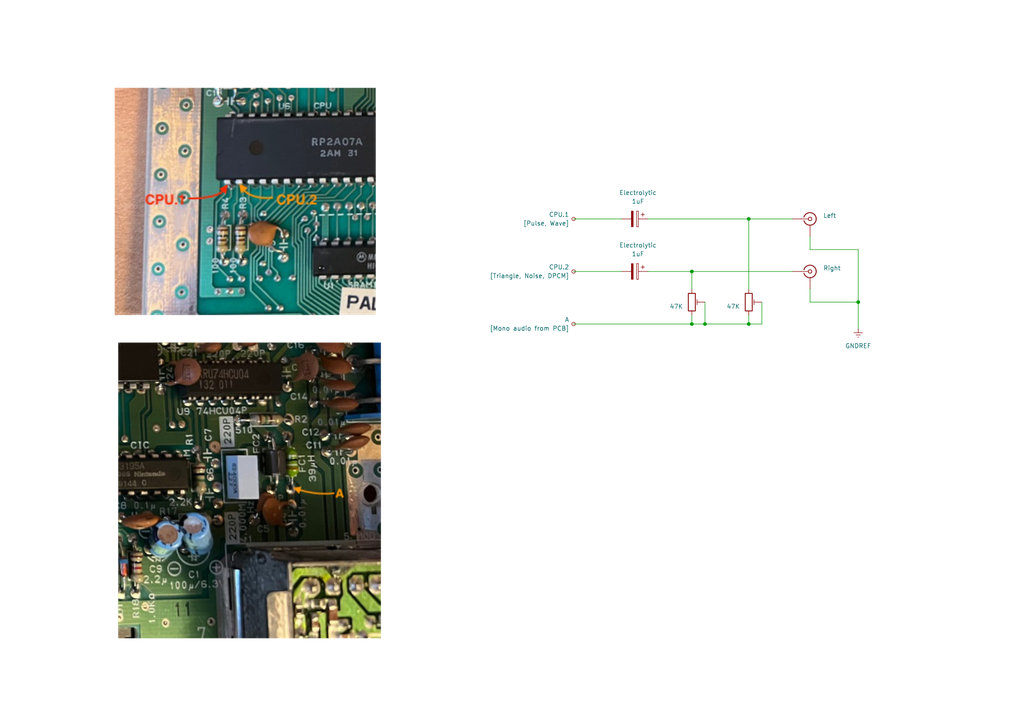
<source format=kicad_sch>
(kicad_sch (version 20230121) (generator eeschema)
  (paper "A4")
  (title_block (title "Audio mod for NES") (date "2023-12-22") (rev "1.0") (company "Cool Inc.") (comment 1 "Schematic from http://jenesuis.net/dossiers/nespasserlaconsoleenstro"))
  (lib_symbols
    (symbol "Connector:Conn_Coaxial" (pin_numbers hide) (pin_names (offset 1.016) hide)
      (property "Reference" "J" (at 0.254 3.048 0))
      (property "Value" "Conn_Coaxial" (at 2.921 0 90))
      (symbol "Conn_Coaxial_0_1"
        (arc (start -1.778 -0.508) (mid 0.2311 -1.8066) (end 1.778 0) (stroke (width 0.254)))
        (polyline (pts (xy -2.54 0) (xy -0.508 0)))
        (polyline (pts (xy 0 -2.54) (xy 0 -1.778)))
        (circle (center 0 0) (radius 0.508) (stroke (width 0.2032)))
        (arc (start 1.778 0) (mid 0.2099 1.8101) (end -1.778 0.508) (stroke (width 0.254)))
      )
      (symbol "Conn_Coaxial_1_1"
        (pin passive line (at -5.08 0 0) (length 2.54) (name "In") (number "1"))
        (pin passive line (at 0 -5.08 90) (length 2.54) (name "Ext") (number "2"))
      )
    )
    (symbol "Connector:TestPoint_Small" (pin_numbers hide) (pin_names (offset 0.762) hide)
      (property "Reference" "TP" (at 0 3.81 0))
      (property "Value" "TestPoint_Small" (at 0 2.032 0))
      (symbol "TestPoint_Small_0_1"
        (circle (center 0 0) (radius 0.508))
      )
      (symbol "TestPoint_Small_1_1"
        (pin passive line (at 0 0 90) (length 0) (name "1") (number "1"))
      )
    )
    (symbol "Device:C_Polarized" (pin_numbers hide) (pin_names (offset 0.254))
      (property "Reference" "C" (at 0.635 2.54 0))
      (property "Value" "C_Polarized" (at 0.635 -2.54 0))
      (symbol "C_Polarized_0_1"
        (rectangle (start -2.286 0.508) (end 2.286 1.016))
        (polyline (pts (xy -1.778 2.286) (xy -0.762 2.286)))
        (polyline (pts (xy -1.27 2.794) (xy -1.27 1.778)))
        (rectangle (start 2.286 -0.508) (end -2.286 -1.016) (fill (type outline)))
      )
      (symbol "C_Polarized_1_1"
        (pin passive line (at 0 3.81 270) (length 2.794) (name "~") (number "1"))
        (pin passive line (at 0 -3.81 90) (length 2.794) (name "~") (number "2"))
      )
    )
    (symbol "Device:R_Potentiometer_Trim" (pin_numbers hide) (pin_names (offset 1.016) hide)
      (property "Reference" "RV" (at -4.445 0 90))
      (property "Value" "R_Potentiometer_Trim" (at -2.54 0 90))
      (symbol "R_Potentiometer_Trim_0_1"
        (polyline (pts (xy 1.524 0.762) (xy 1.524 -0.762)))
        (polyline (pts (xy 2.54 0) (xy 1.524 0)))
        (rectangle (start 1.016 2.54) (end -1.016 -2.54) (stroke (width 0.254)))
      )
      (symbol "R_Potentiometer_Trim_1_1"
        (pin passive line (at 0 3.81 270) (length 1.27) (name "1") (number "1"))
        (pin passive line (at 3.81 0 180) (length 1.27) (name "2") (number "2"))
        (pin passive line (at 0 -3.81 90) (length 1.27) (name "3") (number "3"))
      )
    )
    (symbol "power:GNDREF" (power) (pin_names (offset 0))
      (property "Value" "GNDREF" (at 0 -3.81 0))
      (symbol "GNDREF_0_1"
        (polyline (pts (xy -0.635 -1.905) (xy 0.635 -1.905)))
        (polyline (pts (xy -0.127 -2.54) (xy 0.127 -2.54)))
        (polyline (pts (xy 0 -1.27) (xy 0 0)))
        (polyline (pts (xy 1.27 -1.27) (xy -1.27 -1.27)))
      )
      (symbol "GNDREF_1_1"
        (pin power_in line (at 0 0 270) (length 0) hide (name "GNDREF") (number "1"))
      )
    )
  )
  (junction (at 200.66 78.74))
  (junction (at 204.47 93.98))
  (junction (at 248.92 87.63))
  (junction (at 217.17 93.98))
  (junction (at 200.66 93.98))
  (junction (at 217.17 63.5))
  (wire (pts (xy 234.95 72.39) (xy 248.92 72.39)))
  (wire (pts (xy 187.96 63.5) (xy 217.17 63.5)))
  (wire (pts (xy 217.17 63.5) (xy 217.17 83.82)))
  (wire (pts (xy 217.17 63.5) (xy 229.87 63.5)))
  (wire (pts (xy 200.66 91.44) (xy 200.66 93.98)))
  (wire (pts (xy 248.92 72.39) (xy 248.92 87.63)))
  (wire (pts (xy 234.95 87.63) (xy 248.92 87.63)))
  (wire (pts (xy 187.96 78.74) (xy 200.66 78.74)))
  (wire (pts (xy 166.37 63.5) (xy 180.34 63.5)))
  (wire (pts (xy 248.92 87.63) (xy 248.92 95.25)))
  (wire (pts (xy 204.47 87.63) (xy 204.47 93.98)))
  (wire (pts (xy 234.95 68.58) (xy 234.95 72.39)))
  (wire (pts (xy 200.66 78.74) (xy 229.87 78.74)))
  (wire (pts (xy 220.98 87.63) (xy 220.98 93.98)))
  (wire (pts (xy 217.17 93.98) (xy 217.17 91.44)))
  (wire (pts (xy 234.95 83.82) (xy 234.95 87.63)))
  (wire (pts (xy 166.37 78.74) (xy 180.34 78.74)))
  (wire (pts (xy 217.17 93.98) (xy 220.98 93.98)))
  (wire (pts (xy 200.66 78.74) (xy 200.66 83.82)))
  (wire (pts (xy 200.66 93.98) (xy 204.47 93.98)))
  (wire (pts (xy 204.47 93.98) (xy 217.17 93.98)))
  (wire (pts (xy 166.37 93.98) (xy 200.66 93.98)))
  (image (at 71.12 58.42) (scale 2.98037))
  (image (at 72.39 142.24) (scale 2.57096))
  (symbol (lib_id "Device:C_Polarized") (at 184.15 78.74 270) (unit 1)
    (property "Reference" "Electrolytic" (at 185.039 71.12 90))
    (property "Value" "1uF" (at 185.039 73.66 90))
  )
  (symbol (lib_id "power:GNDREF") (at 248.92 95.25 0) (unit 1)
    (property "Reference" "#PWR01" (effects hide))
    (property "Value" "GNDREF" (at 248.92 100.33 0))
  )
  (symbol (lib_id "Connector:Conn_Coaxial") (at 234.95 63.5 0) (unit 1)
    (property "Reference" "Left" (at 238.76 62.5232 0) (effects (justify left)))
    (property "Value" "Conn_Coaxial" (effects hide))
    (property "Datasheet" " ~" (effects hide))
  )
  (symbol (lib_id "Device:R_Potentiometer_Trim") (at 217.17 87.63 0) (unit 1)
    (property "Reference" "RV2" (effects hide))
    (property "Value" "47K" (at 214.63 88.9 0) (effects (justify right)))
  )
  (symbol (lib_id "Connector:TestPoint_Small") (at 166.37 78.74 0) (mirror y) (unit 1)
    (property "Reference" "CPU.2" (at 165.1 77.47 0) (effects (justify left)))
    (property "Value" "[Triangle, Noise, DPCM]" (at 165.1 80.01 0) (effects (justify left)))
  )
  (symbol (lib_id "Connector:Conn_Coaxial") (at 234.95 78.74 0) (unit 1)
    (property "Reference" "Right" (at 238.76 77.7632 0) (effects (justify left)))
    (property "Value" "Conn_Coaxial" (effects hide))
    (property "Datasheet" " ~" (effects hide))
  )
  (symbol (lib_id "Device:C_Polarized") (at 184.15 63.5 270) (unit 1)
    (property "Reference" "Electrolytic" (at 185.039 55.88 90))
    (property "Value" "1uF" (at 185.039 58.42 90))
  )
  (symbol (lib_id "Connector:TestPoint_Small") (at 166.37 63.5 0) (mirror y) (unit 1)
    (property "Reference" "CPU.1" (at 165.1 62.23 0) (effects (justify left)))
    (property "Value" "[Pulse, Wave]" (at 165.1 64.77 0) (effects (justify left)))
  )
  (symbol (lib_id "Device:R_Potentiometer_Trim") (at 200.66 87.63 0) (unit 1)
    (property "Reference" "RV1" (effects hide))
    (property "Value" "47K" (at 198.12 88.9 0) (effects (justify right)))
  )
  (symbol (lib_id "Connector:TestPoint_Small") (at 166.37 93.98 0) (mirror y) (unit 1)
    (property "Reference" "A" (at 165.1 92.71 0) (effects (justify left)))
    (property "Value" "[Mono audio from PCB]" (at 165.1 95.25 0) (effects (justify left)))
  )
)
</source>
